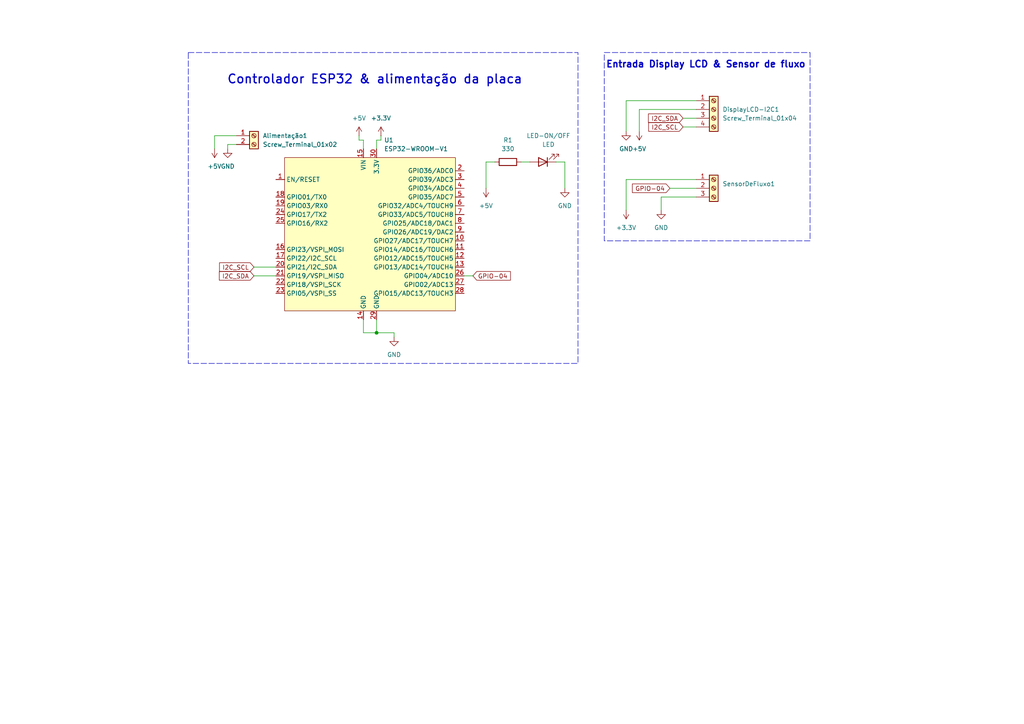
<source format=kicad_sch>
(kicad_sch (version 20231120) (generator "eeschema") (generator_version "8.0")
  (paper "A4")
  (lib_symbols
    (symbol "Connector:Screw_Terminal_01x02" (pin_names (offset 1.016) hide)
      (property "Reference" "J" (at 0 2.54 0))
      (property "Value" "Screw_Terminal_01x02" (at 0 -5.08 0))
      (symbol "Screw_Terminal_01x02_1_1"
        (rectangle (start -1.27 1.27) (end 1.27 -3.81) (stroke (width 0.254)) (fill (type background)))
        (circle (center 0 -2.54) (radius 0.635) (stroke (width 0.1524)))
        (polyline (pts (xy -0.5334 -2.2098) (xy 0.3302 -3.048)) (stroke (width 0.1524)))
        (polyline (pts (xy -0.5334 0.3302) (xy 0.3302 -0.508)) (stroke (width 0.1524)))
        (polyline (pts (xy -0.3556 -2.032) (xy 0.508 -2.8702)) (stroke (width 0.1524)))
        (polyline (pts (xy -0.3556 0.508) (xy 0.508 -0.3302)) (stroke (width 0.1524)))
        (circle (center 0 0) (radius 0.635) (stroke (width 0.1524)))
        (pin passive line (at -5.08 0 0) (length 3.81) (name "Pin_1") (number "1"))
        (pin passive line (at -5.08 -2.54 0) (length 3.81) (name "Pin_2") (number "2"))
      )
    )
    (symbol "Connector:Screw_Terminal_01x03" (pin_names (offset 1.016) hide)
      (property "Reference" "J" (at 0 5.08 0))
      (property "Value" "Screw_Terminal_01x03" (at 0 -5.08 0))
      (symbol "Screw_Terminal_01x03_1_1"
        (rectangle (start -1.27 3.81) (end 1.27 -3.81) (stroke (width 0.254)) (fill (type background)))
        (circle (center 0 -2.54) (radius 0.635) (stroke (width 0.1524)))
        (polyline (pts (xy -0.5334 -2.2098) (xy 0.3302 -3.048)) (stroke (width 0.1524)))
        (polyline (pts (xy -0.5334 0.3302) (xy 0.3302 -0.508)) (stroke (width 0.1524)))
        (polyline (pts (xy -0.5334 2.8702) (xy 0.3302 2.032)) (stroke (width 0.1524)))
        (polyline (pts (xy -0.3556 -2.032) (xy 0.508 -2.8702)) (stroke (width 0.1524)))
        (polyline (pts (xy -0.3556 0.508) (xy 0.508 -0.3302)) (stroke (width 0.1524)))
        (polyline (pts (xy -0.3556 3.048) (xy 0.508 2.2098)) (stroke (width 0.1524)))
        (circle (center 0 0) (radius 0.635) (stroke (width 0.1524)))
        (circle (center 0 2.54) (radius 0.635) (stroke (width 0.1524)))
        (pin passive line (at -5.08 2.54 0) (length 3.81) (name "Pin_1") (number "1"))
        (pin passive line (at -5.08 0 0) (length 3.81) (name "Pin_2") (number "2"))
        (pin passive line (at -5.08 -2.54 0) (length 3.81) (name "Pin_3") (number "3"))
      )
    )
    (symbol "Connector:Screw_Terminal_01x04" (pin_names (offset 1.016) hide)
      (property "Reference" "J" (at 0 5.08 0))
      (property "Value" "Screw_Terminal_01x04" (at 0 -7.62 0))
      (symbol "Screw_Terminal_01x04_1_1"
        (rectangle (start -1.27 3.81) (end 1.27 -6.35) (stroke (width 0.254)) (fill (type background)))
        (circle (center 0 -5.08) (radius 0.635) (stroke (width 0.1524)))
        (circle (center 0 -2.54) (radius 0.635) (stroke (width 0.1524)))
        (polyline (pts (xy -0.5334 -4.7498) (xy 0.3302 -5.588)) (stroke (width 0.1524)))
        (polyline (pts (xy -0.5334 -2.2098) (xy 0.3302 -3.048)) (stroke (width 0.1524)))
        (polyline (pts (xy -0.5334 0.3302) (xy 0.3302 -0.508)) (stroke (width 0.1524)))
        (polyline (pts (xy -0.5334 2.8702) (xy 0.3302 2.032)) (stroke (width 0.1524)))
        (polyline (pts (xy -0.3556 -4.572) (xy 0.508 -5.4102)) (stroke (width 0.1524)))
        (polyline (pts (xy -0.3556 -2.032) (xy 0.508 -2.8702)) (stroke (width 0.1524)))
        (polyline (pts (xy -0.3556 0.508) (xy 0.508 -0.3302)) (stroke (width 0.1524)))
        (polyline (pts (xy -0.3556 3.048) (xy 0.508 2.2098)) (stroke (width 0.1524)))
        (circle (center 0 0) (radius 0.635) (stroke (width 0.1524)))
        (circle (center 0 2.54) (radius 0.635) (stroke (width 0.1524)))
        (pin passive line (at -5.08 2.54 0) (length 3.81) (name "Pin_1") (number "1"))
        (pin passive line (at -5.08 0 0) (length 3.81) (name "Pin_2") (number "2"))
        (pin passive line (at -5.08 -2.54 0) (length 3.81) (name "Pin_3") (number "3"))
        (pin passive line (at -5.08 -5.08 0) (length 3.81) (name "Pin_4") (number "4"))
      )
    )
    (symbol "Device:LED" (pin_numbers hide) (pin_names (offset 1.016) hide)
      (property "Reference" "D" (at 0 2.54 0))
      (property "Value" "LED" (at 0 -2.54 0))
      (symbol "LED_0_1"
        (polyline (pts (xy -1.27 -1.27) (xy -1.27 1.27)) (stroke (width 0.254)))
        (polyline (pts (xy -1.27 0) (xy 1.27 0)))
        (polyline (pts (xy 1.27 -1.27) (xy 1.27 1.27) (xy -1.27 0) (xy 1.27 -1.27)) (stroke (width 0.254)))
        (polyline (pts (xy -3.048 -0.762) (xy -4.572 -2.286) (xy -3.81 -2.286) (xy -4.572 -2.286) (xy -4.572 -1.524)))
        (polyline (pts (xy -1.778 -0.762) (xy -3.302 -2.286) (xy -2.54 -2.286) (xy -3.302 -2.286) (xy -3.302 -1.524)))
      )
      (symbol "LED_1_1"
        (pin passive line (at -3.81 0 0) (length 2.54) (name "K") (number "1"))
        (pin passive line (at 3.81 0 180) (length 2.54) (name "A") (number "2"))
      )
    )
    (symbol "Device:R" (pin_numbers hide) (pin_names (offset 0))
      (property "Reference" "R" (at 2.032 0 90))
      (property "Value" "R" (at 0 0 90))
      (symbol "R_0_1"
        (rectangle (start -1.016 -2.54) (end 1.016 2.54) (stroke (width 0.254)))
      )
      (symbol "R_1_1"
        (pin passive line (at 0 3.81 270) (length 1.27) (name "~") (number "1"))
        (pin passive line (at 0 -3.81 90) (length 1.27) (name "~") (number "2"))
      )
    )
    (symbol "MateusLib:+5V" (power) (pin_names (offset 0))
      (property "Value" "+5V" (at 0 3.556 0))
      (symbol "+5V_0_1"
        (polyline (pts (xy -0.762 1.27) (xy 0 2.54)))
        (polyline (pts (xy 0 0) (xy 0 2.54)))
        (polyline (pts (xy 0 2.54) (xy 0.762 1.27)))
      )
      (symbol "+5V_1_1"
        (pin power_in line (at 0 0 90) (length 0) hide (name "+5V") (number "1"))
      )
    )
    (symbol "MateusLib:ESP32-Wroom-V1"
      (property "Reference" "U" (at 0 5.842 0))
      (property "Value" "ESP32-WROOM-V1" (at 0 0 0))
      (symbol "ESP32-Wroom-V1_1_1"
        (rectangle (start -29.21 0) (end 20.32 -44.45) (fill (type background)))
        (pin input line (at -31.75 -6.35 0) (length 2.54) (name "EN/RESET") (number "1"))
        (pin bidirectional line (at 22.86 -24.13 180) (length 2.54) (name "GPIO27/ADC17/TOUCH7") (number "10"))
        (pin bidirectional line (at 22.86 -26.67 180) (length 2.54) (name "GPIO14/ADC16/TOUCH6") (number "11"))
        (pin bidirectional line (at 22.86 -29.21 180) (length 2.54) (name "GPIO12/ADC15/TOUCH5") (number "12"))
        (pin bidirectional line (at 22.86 -31.75 180) (length 2.54) (name "GPIO13/ADC14/TOUCH4") (number "13"))
        (pin power_out line (at -6.35 -46.99 90) (length 2.54) (name "GND") (number "14"))
        (pin power_in line (at -6.35 2.54 270) (length 2.54) (name "VIN") (number "15"))
        (pin bidirectional line (at -31.75 -26.67 0) (length 2.54) (name "GPI23/VSPI_MOSI") (number "16"))
        (pin bidirectional line (at -31.75 -29.21 0) (length 2.54) (name "GPI22/I2C_SCL") (number "17"))
        (pin bidirectional line (at -31.75 -11.43 0) (length 2.54) (name "GPIO01/TX0") (number "18"))
        (pin bidirectional line (at -31.75 -13.97 0) (length 2.54) (name "GPIO03/RX0") (number "19"))
        (pin bidirectional line (at 22.86 -3.81 180) (length 2.54) (name "GPIO36/ADC0") (number "2"))
        (pin bidirectional line (at -31.75 -31.75 0) (length 2.54) (name "GPI21/I2C_SDA") (number "20"))
        (pin bidirectional line (at -31.75 -34.29 0) (length 2.54) (name "GPI19/VSPI_MISO") (number "21"))
        (pin bidirectional line (at -31.75 -36.83 0) (length 2.54) (name "GPI18/VSPI_SCK") (number "22"))
        (pin bidirectional line (at -31.75 -39.37 0) (length 2.54) (name "GPI05/VSPI_SS") (number "23"))
        (pin bidirectional line (at -31.75 -16.51 0) (length 2.54) (name "GPIO17/TX2") (number "24"))
        (pin bidirectional line (at -31.75 -19.05 0) (length 2.54) (name "GPIO16/RX2") (number "25"))
        (pin bidirectional line (at 22.86 -34.29 180) (length 2.54) (name "GPIO04/ADC10") (number "26"))
        (pin bidirectional line (at 22.86 -36.83 180) (length 2.54) (name "GPIO02/ADC13") (number "27"))
        (pin bidirectional line (at 22.86 -39.37 180) (length 2.54) (name "GPIO15/ADC13/TOUCH3") (number "28"))
        (pin power_out line (at -2.54 -46.99 90) (length 2.54) (name "GND") (number "29"))
        (pin bidirectional line (at 22.86 -6.35 180) (length 2.54) (name "GPIO39/ADC3") (number "3"))
        (pin power_in line (at -2.54 2.54 270) (length 2.54) (name "3.3V") (number "30"))
        (pin bidirectional line (at 22.86 -8.89 180) (length 2.54) (name "GPIO34/ADC6") (number "4"))
        (pin bidirectional line (at 22.86 -11.43 180) (length 2.54) (name "GPIO35/ADC7") (number "5"))
        (pin bidirectional line (at 22.86 -13.97 180) (length 2.54) (name "GPIO32/ADC4/TOUCH9") (number "6"))
        (pin bidirectional line (at 22.86 -16.51 180) (length 2.54) (name "GPIO33/ADC5/TOUCH8") (number "7"))
        (pin bidirectional line (at 22.86 -19.05 180) (length 2.54) (name "GPIO25/ADC18/DAC1") (number "8"))
        (pin bidirectional line (at 22.86 -21.59 180) (length 2.54) (name "GPIO26/ADC19/DAC2") (number "9"))
      )
    )
    (symbol "MateusLib:GND" (power) (pin_names (offset 0))
      (property "Value" "GND" (at 0 -3.81 0))
      (symbol "GND_0_1"
        (polyline (pts (xy 0 0) (xy 0 -1.27) (xy 1.27 -1.27) (xy 0 -2.54) (xy -1.27 -1.27) (xy 0 -1.27)))
      )
      (symbol "GND_1_1"
        (pin power_in line (at 0 0 270) (length 0) hide (name "GND") (number "1"))
      )
    )
    (symbol "power:+3.3V" (power) (pin_numbers hide) (pin_names (offset 0) hide)
      (property "Value" "+3.3V" (at 0 3.556 0))
      (symbol "+3.3V_0_1"
        (polyline (pts (xy -0.762 1.27) (xy 0 2.54)))
        (polyline (pts (xy 0 0) (xy 0 2.54)))
        (polyline (pts (xy 0 2.54) (xy 0.762 1.27)))
      )
      (symbol "+3.3V_1_1"
        (pin power_in line (at 0 0 90) (length 0) (name "~") (number "1"))
      )
    )
  )
  (junction (at 109.22 96.52))
  (wire (pts (xy 181.61 38.1) (xy 181.61 29.21)))
  (wire (pts (xy 114.3 96.52) (xy 109.22 96.52)))
  (wire (pts (xy 181.61 52.07) (xy 201.93 52.07)))
  (wire (pts (xy 104.14 40.64) (xy 105.41 40.64)))
  (wire (pts (xy 194.31 54.61) (xy 201.93 54.61)))
  (wire (pts (xy 191.77 60.96) (xy 191.77 57.15)))
  (wire (pts (xy 185.42 31.75) (xy 201.93 31.75)))
  (wire (pts (xy 105.41 96.52) (xy 109.22 96.52)))
  (wire (pts (xy 181.61 60.96) (xy 181.61 52.07)))
  (wire (pts (xy 161.29 46.99) (xy 163.83 46.99)))
  (wire (pts (xy 104.14 39.37) (xy 104.14 40.64)))
  (wire (pts (xy 110.49 40.64) (xy 109.22 40.64)))
  (wire (pts (xy 114.3 97.79) (xy 114.3 96.52)))
  (wire (pts (xy 110.49 39.37) (xy 110.49 40.64)))
  (wire (pts (xy 73.66 80.01) (xy 80.01 80.01)))
  (wire (pts (xy 140.97 46.99) (xy 143.51 46.99)))
  (wire (pts (xy 198.12 36.83) (xy 201.93 36.83)))
  (wire (pts (xy 73.66 77.47) (xy 80.01 77.47)))
  (wire (pts (xy 109.22 96.52) (xy 109.22 92.71)))
  (wire (pts (xy 151.13 46.99) (xy 153.67 46.99)))
  (wire (pts (xy 66.04 41.91) (xy 68.58 41.91)))
  (wire (pts (xy 181.61 29.21) (xy 201.93 29.21)))
  (wire (pts (xy 134.62 80.01) (xy 137.16 80.01)))
  (wire (pts (xy 163.83 46.99) (xy 163.83 54.61)))
  (wire (pts (xy 191.77 57.15) (xy 201.93 57.15)))
  (wire (pts (xy 185.42 38.1) (xy 185.42 31.75)))
  (wire (pts (xy 105.41 96.52) (xy 105.41 92.71)))
  (wire (pts (xy 66.04 43.18) (xy 66.04 41.91)))
  (wire (pts (xy 140.97 54.61) (xy 140.97 46.99)))
  (wire (pts (xy 109.22 40.64) (xy 109.22 43.18)))
  (wire (pts (xy 198.12 34.29) (xy 201.93 34.29)))
  (wire (pts (xy 62.23 39.37) (xy 68.58 39.37)))
  (wire (pts (xy 62.23 43.18) (xy 62.23 39.37)))
  (wire (pts (xy 105.41 40.64) (xy 105.41 43.18)))
  (rectangle (start 175.26 15.24) (end 234.95 69.85) (stroke (width 0) (type dash)))
  (rectangle (start 54.61 15.24) (end 167.64 105.41) (stroke (width 0) (type dash)))
  (text "Entrada Display LCD & Sensor de fluxo\n" (at 204.724 18.796 0) (effects (font (size 1.905 1.905) (thickness 0.381) (bold yes))))
  (text "Controlador ESP32 & alimentação da placa" (at 108.712 23.114 0) (effects (font (size 2.54 2.54) (thickness 0.381) (bold yes))))
  (global_label "I2C_SCL" (shape input) (at 73.66 77.47 180) (property "Intersheetrefs" "${INTERSHEET_REFS}" (effects (hide yes))))
  (global_label "I2C_SCL" (shape input) (at 198.12 36.83 180) (property "Intersheetrefs" "${INTERSHEET_REFS}" (effects (hide yes))))
  (global_label "GPIO-04" (shape input) (at 137.16 80.01 0) (property "Intersheetrefs" "${INTERSHEET_REFS}" (effects (hide yes))))
  (global_label "GPIO-04" (shape input) (at 194.31 54.61 180) (property "Intersheetrefs" "${INTERSHEET_REFS}" (effects (hide yes))))
  (global_label "I2C_SDA" (shape input) (at 73.66 80.01 180) (property "Intersheetrefs" "${INTERSHEET_REFS}" (effects (hide yes))))
  (global_label "I2C_SDA" (shape input) (at 198.12 34.29 180) (property "Intersheetrefs" "${INTERSHEET_REFS}" (effects (hide yes))))
  (symbol (lib_id "MateusLib:GND") (at 114.3 97.79 0) (unit 1)
    (property "Reference" "#PWR04" (effects (hide yes)))
    (property "Value" "GND" (at 114.3 102.87 0))
    (property "Description" "Power symbol creates a global label with name \"GND\" , ground" (effects (hide yes)))
  )
  (symbol (lib_id "Device:LED") (at 157.48 46.99 180) (unit 1)
    (property "Reference" "LED-ON/OFF" (at 159.0675 39.37 0))
    (property "Value" "LED" (at 159.0675 41.91 0))
    (property "Footprint" "TerminalBlock:TerminalBlock_Altech_AK300-2_P5.00mm" (effects (hide yes)))
    (property "Description" "Light emitting diode" (effects (hide yes)))
  )
  (symbol (lib_id "power:+3.3V") (at 181.61 60.96 180) (unit 1)
    (property "Reference" "#PWR02" (effects (hide yes)))
    (property "Value" "+3.3V" (at 181.61 66.04 0))
    (property "Description" "Power symbol creates a global label with name \"+3.3V\"" (effects (hide yes)))
  )
  (symbol (lib_id "MateusLib:ESP32-Wroom-V1") (at 111.76 45.72 0) (unit 1)
    (property "Reference" "U1" (at 111.4141 40.64 0) (effects (justify left)))
    (property "Value" "ESP32-WROOM-V1" (at 111.4141 43.18 0) (effects (justify left)))
    (property "Footprint" "ESP:ESP32-WROOM" (effects (hide yes)))
  )
  (symbol (lib_id "MateusLib:+5V") (at 62.23 43.18 180) (unit 1)
    (property "Reference" "#PWR05" (effects (hide yes)))
    (property "Value" "+5V" (at 62.23 48.26 0))
    (property "Description" "Power symbol creates a global label with name \"+5V\"" (effects (hide yes)))
  )
  (symbol (lib_id "Connector:Screw_Terminal_01x02") (at 73.66 39.37 0) (unit 1)
    (property "Reference" "Alimentação1" (at 76.2 39.3699 0) (effects (justify left)))
    (property "Value" "Screw_Terminal_01x02" (at 76.2 41.9099 0) (effects (justify left)))
    (property "Footprint" "TerminalBlock:TerminalBlock_Altech_AK300-2_P5.00mm" (effects (hide yes)))
    (property "Description" "Generic screw terminal, single row, 01x02, script generated (kicad-library-utils/schlib/autogen/connector/)" (effects (hide yes)))
  )
  (symbol (lib_id "Connector:Screw_Terminal_01x04") (at 207.01 31.75 0) (unit 1)
    (property "Reference" "DisplayLCD-I2C1" (at 209.55 31.7499 0) (effects (justify left)))
    (property "Value" "Screw_Terminal_01x04" (at 209.55 34.2899 0) (effects (justify left)))
    (property "Footprint" "TerminalBlock:TerminalBlock_Altech_AK300-4_P5.00mm" (effects (hide yes)))
    (property "Description" "Generic screw terminal, single row, 01x04, script generated (kicad-library-utils/schlib/autogen/connector/)" (effects (hide yes)))
  )
  (symbol (lib_id "MateusLib:GND") (at 66.04 43.18 0) (unit 1)
    (property "Reference" "#PWR06" (effects (hide yes)))
    (property "Value" "GND" (at 66.04 48.26 0))
    (property "Description" "Power symbol creates a global label with name \"GND\" , ground" (effects (hide yes)))
  )
  (symbol (lib_id "power:+3.3V") (at 110.49 39.37 0) (unit 1)
    (property "Reference" "#PWR09" (effects (hide yes)))
    (property "Value" "+3.3V" (at 110.49 34.29 0))
    (property "Description" "Power symbol creates a global label with name \"+3.3V\"" (effects (hide yes)))
  )
  (symbol (lib_id "MateusLib:+5V") (at 185.42 38.1 180) (unit 1)
    (property "Reference" "#PWR08" (effects (hide yes)))
    (property "Value" "+5V" (at 185.42 43.18 0))
    (property "Description" "Power symbol creates a global label with name \"+5V\"" (effects (hide yes)))
  )
  (symbol (lib_id "Connector:Screw_Terminal_01x03") (at 207.01 54.61 0) (unit 1)
    (property "Reference" "SensorDeFluxo1" (at 209.55 53.3399 0) (effects (justify left)))
    (property "Value" "Screw_Terminal_01x03" (effects (hide yes)))
    (property "Footprint" "TerminalBlock:TerminalBlock_Altech_AK300-3_P5.00mm" (effects (hide yes)))
    (property "Description" "Generic screw terminal, single row, 01x03, script generated (kicad-library-utils/schlib/autogen/connector/)" (effects (hide yes)))
  )
  (symbol (lib_id "MateusLib:+5V") (at 140.97 54.61 180) (unit 1)
    (property "Reference" "#PWR011" (effects (hide yes)))
    (property "Value" "+5V" (at 140.97 59.69 0))
    (property "Description" "Power symbol creates a global label with name \"+5V\"" (effects (hide yes)))
  )
  (symbol (lib_id "MateusLib:GND") (at 191.77 60.96 0) (unit 1)
    (property "Reference" "#PWR03" (effects (hide yes)))
    (property "Value" "GND" (at 191.77 66.04 0))
    (property "Description" "Power symbol creates a global label with name \"GND\" , ground" (effects (hide yes)))
  )
  (symbol (lib_id "MateusLib:GND") (at 181.61 38.1 0) (unit 1)
    (property "Reference" "#PWR07" (effects (hide yes)))
    (property "Value" "GND" (at 181.61 43.18 0))
    (property "Description" "Power symbol creates a global label with name \"GND\" , ground" (effects (hide yes)))
  )
  (symbol (lib_id "MateusLib:GND") (at 163.83 54.61 0) (unit 1)
    (property "Reference" "#PWR010" (effects (hide yes)))
    (property "Value" "GND" (at 163.83 59.69 0))
    (property "Description" "Power symbol creates a global label with name \"GND\" , ground" (effects (hide yes)))
  )
  (symbol (lib_id "Device:R") (at 147.32 46.99 90) (unit 1)
    (property "Reference" "R1" (at 147.32 40.64 90))
    (property "Value" "330" (at 147.32 43.18 90))
    (property "Footprint" "Resistor_THT:R_Axial_DIN0414_L11.9mm_D4.5mm_P20.32mm_Horizontal" (effects (hide yes)))
    (property "Description" "Resistor" (effects (hide yes)))
  )
  (symbol (lib_id "MateusLib:+5V") (at 104.14 39.37 0) (unit 1)
    (property "Reference" "#PWR01" (effects (hide yes)))
    (property "Value" "+5V" (at 104.14 34.29 0))
    (property "Description" "Power symbol creates a global label with name \"+5V\"" (effects (hide yes)))
  )
)
</source>
